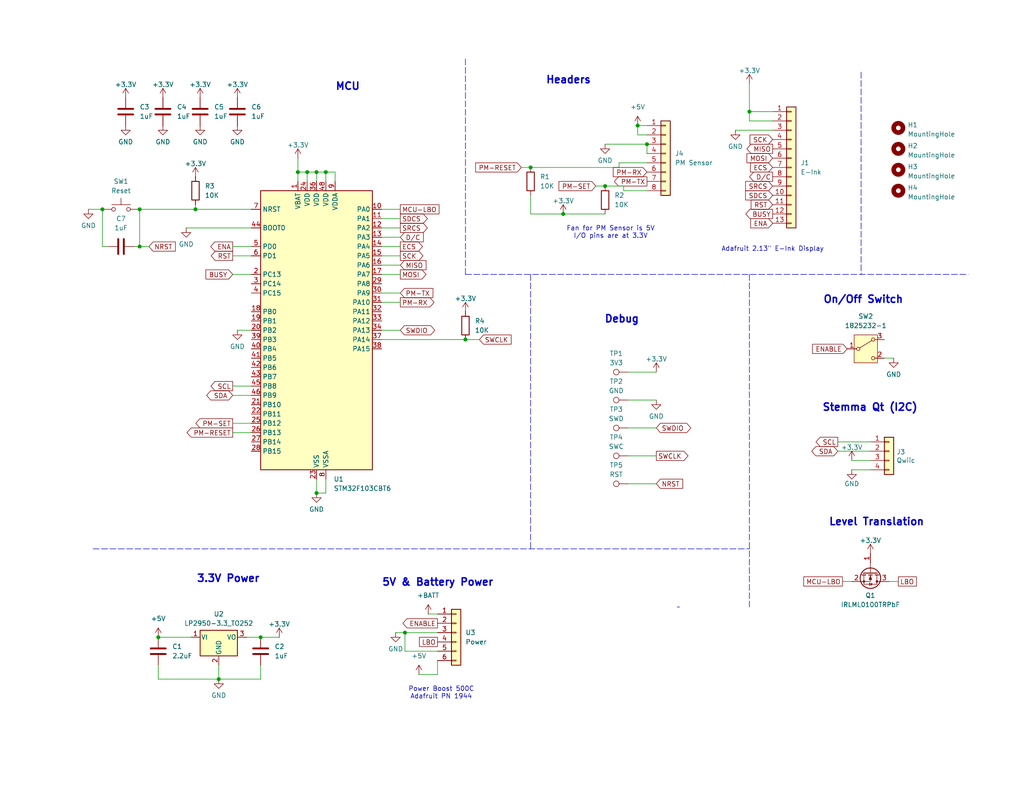
<source format=kicad_sch>
(kicad_sch (version 20250114) (generator "eeschema") (generator_version "9.0")
  (paper "A")
  (title_block (title "atmo-monitor") (rev "A") (company "bit-builder.com"))
  (lib_symbols
    (symbol "+3.3V_1" (power) (pin_numbers (hide yes)) (pin_names (offset 0) (hide yes))
      (property "Value" "+3.3V" (at 0 3.556 0))
      (symbol "+3.3V_1_1_1"
        (pin power_in line (at 0 0 90) (length 0) (name "~") (number "1"))
      )
    )
    (symbol "+3.3V_10" (power) (pin_numbers (hide yes)) (pin_names (offset 0) (hide yes))
      (property "Value" "+3.3V" (at 0 3.556 0))
      (symbol "+3.3V_10_1_1"
        (pin power_in line (at 0 0 90) (length 0) (name "~") (number "1"))
      )
    )
    (symbol "+3.3V_11" (power) (pin_numbers (hide yes)) (pin_names (offset 0) (hide yes))
      (property "Value" "+3.3V" (at 0 3.556 0))
      (symbol "+3.3V_11_1_1"
        (pin power_in line (at 0 0 90) (length 0) (name "~") (number "1"))
      )
    )
    (symbol "+3.3V_12" (power) (pin_numbers (hide yes)) (pin_names (offset 0) (hide yes))
      (property "Value" "+3.3V" (at 0 3.556 0))
      (symbol "+3.3V_12_1_1"
        (pin power_in line (at 0 0 90) (length 0) (name "~") (number "1"))
      )
    )
    (symbol "+3.3V_2" (power) (pin_numbers (hide yes)) (pin_names (offset 0) (hide yes))
      (property "Value" "+3.3V" (at 0 3.556 0))
      (symbol "+3.3V_2_1_1"
        (pin power_in line (at 0 0 90) (length 0) (name "~") (number "1"))
      )
    )
    (symbol "+3.3V_3" (power) (pin_numbers (hide yes)) (pin_names (offset 0) (hide yes))
      (property "Value" "+3.3V" (at 0 3.556 0))
      (symbol "+3.3V_3_1_1"
        (pin power_in line (at 0 0 90) (length 0) (name "~") (number "1"))
      )
    )
    (symbol "+3.3V_4" (power) (pin_numbers (hide yes)) (pin_names (offset 0) (hide yes))
      (property "Value" "+3.3V" (at 0 3.556 0))
      (symbol "+3.3V_4_1_1"
        (pin power_in line (at 0 0 90) (length 0) (name "~") (number "1"))
      )
    )
    (symbol "+3.3V_5" (power) (pin_numbers (hide yes)) (pin_names (offset 0) (hide yes))
      (property "Value" "+3.3V" (at 0 3.556 0))
      (symbol "+3.3V_5_1_1"
        (pin power_in line (at 0 0 90) (length 0) (name "~") (number "1"))
      )
    )
    (symbol "+3.3V_6" (power) (pin_numbers (hide yes)) (pin_names (offset 0) (hide yes))
      (property "Value" "+3.3V" (at 0 3.556 0))
      (symbol "+3.3V_6_1_1"
        (pin power_in line (at 0 0 90) (length 0) (name "~") (number "1"))
      )
    )
    (symbol "+3.3V_7" (power) (pin_numbers (hide yes)) (pin_names (offset 0) (hide yes))
      (property "Value" "+3.3V" (at 0 3.556 0))
      (symbol "+3.3V_7_1_1"
        (pin power_in line (at 0 0 90) (length 0) (name "~") (number "1"))
      )
    )
    (symbol "+3.3V_8" (power) (pin_numbers (hide yes)) (pin_names (offset 0) (hide yes))
      (property "Value" "+3.3V" (at 0 3.556 0))
      (symbol "+3.3V_8_1_1"
        (pin power_in line (at 0 0 90) (length 0) (name "~") (number "1"))
      )
    )
    (symbol "+3.3V_9" (power) (pin_numbers (hide yes)) (pin_names (offset 0) (hide yes))
      (property "Value" "+3.3V" (at 0 3.556 0))
      (symbol "+3.3V_9_1_1"
        (pin power_in line (at 0 0 90) (length 0) (name "~") (number "1"))
      )
    )
    (symbol "Connector:TestPoint" (pin_numbers (hide yes)) (pin_names (offset 0.762) (hide yes))
      (property "Reference" "TP" (at 0 6.858 0))
      (property "Value" "TestPoint" (at 0 5.08 0))
      (symbol "TestPoint_1_1"
        (pin passive line (at 0 0 90) (length 2.54) (name "1") (number "1"))
      )
    )
    (symbol "Connector_Generic:Conn_01x04" (pin_names (offset 1.016) (hide yes))
      (property "Reference" "J" (at 0 5.08 0))
      (property "Value" "Conn_01x04" (at 0 -7.62 0))
      (symbol "Conn_01x04_1_1"
        (pin passive line (at -5.08 2.54 0) (length 3.81) (name "Pin_1") (number "1"))
        (pin passive line (at -5.08 0 0) (length 3.81) (name "Pin_2") (number "2"))
        (pin passive line (at -5.08 -2.54 0) (length 3.81) (name "Pin_3") (number "3"))
        (pin passive line (at -5.08 -5.08 0) (length 3.81) (name "Pin_4") (number "4"))
      )
    )
    (symbol "Connector_Generic:Conn_01x06" (pin_names (offset 1.016) (hide yes))
      (property "Reference" "J" (at 0 7.62 0))
      (property "Value" "Conn_01x06" (at 0 -10.16 0))
      (symbol "Conn_01x06_1_1"
        (pin passive line (at -5.08 5.08 0) (length 3.81) (name "Pin_1") (number "1"))
        (pin passive line (at -5.08 2.54 0) (length 3.81) (name "Pin_2") (number "2"))
        (pin passive line (at -5.08 0 0) (length 3.81) (name "Pin_3") (number "3"))
        (pin passive line (at -5.08 -2.54 0) (length 3.81) (name "Pin_4") (number "4"))
        (pin passive line (at -5.08 -5.08 0) (length 3.81) (name "Pin_5") (number "5"))
        (pin passive line (at -5.08 -7.62 0) (length 3.81) (name "Pin_6") (number "6"))
      )
    )
    (symbol "Connector_Generic:Conn_01x08" (pin_names (offset 1.016) (hide yes))
      (property "Reference" "J" (at 0 10.16 0))
      (property "Value" "Conn_01x08" (at 0 -12.7 0))
      (symbol "Conn_01x08_1_1"
        (pin passive line (at -5.08 7.62 0) (length 3.81) (name "Pin_1") (number "1"))
        (pin passive line (at -5.08 5.08 0) (length 3.81) (name "Pin_2") (number "2"))
        (pin passive line (at -5.08 2.54 0) (length 3.81) (name "Pin_3") (number "3"))
        (pin passive line (at -5.08 0 0) (length 3.81) (name "Pin_4") (number "4"))
        (pin passive line (at -5.08 -2.54 0) (length 3.81) (name "Pin_5") (number "5"))
        (pin passive line (at -5.08 -5.08 0) (length 3.81) (name "Pin_6") (number "6"))
        (pin passive line (at -5.08 -7.62 0) (length 3.81) (name "Pin_7") (number "7"))
        (pin passive line (at -5.08 -10.16 0) (length 3.81) (name "Pin_8") (number "8"))
      )
    )
    (symbol "Connector_Generic:Conn_01x13" (pin_names (offset 1.016) (hide yes))
      (property "Reference" "J" (at 0 17.78 0))
      (property "Value" "Conn_01x13" (at 0 -17.78 0))
      (symbol "Conn_01x13_1_1"
        (pin passive line (at -5.08 15.24 0) (length 3.81) (name "Pin_1") (number "1"))
        (pin passive line (at -5.08 12.7 0) (length 3.81) (name "Pin_2") (number "2"))
        (pin passive line (at -5.08 10.16 0) (length 3.81) (name "Pin_3") (number "3"))
        (pin passive line (at -5.08 7.62 0) (length 3.81) (name "Pin_4") (number "4"))
        (pin passive line (at -5.08 5.08 0) (length 3.81) (name "Pin_5") (number "5"))
        (pin passive line (at -5.08 2.54 0) (length 3.81) (name "Pin_6") (number "6"))
        (pin passive line (at -5.08 0 0) (length 3.81) (name "Pin_7") (number "7"))
        (pin passive line (at -5.08 -2.54 0) (length 3.81) (name "Pin_8") (number "8"))
        (pin passive line (at -5.08 -5.08 0) (length 3.81) (name "Pin_9") (number "9"))
        (pin passive line (at -5.08 -7.62 0) (length 3.81) (name "Pin_10") (number "10"))
        (pin passive line (at -5.08 -10.16 0) (length 3.81) (name "Pin_11") (number "11"))
        (pin passive line (at -5.08 -12.7 0) (length 3.81) (name "Pin_12") (number "12"))
        (pin passive line (at -5.08 -15.24 0) (length 3.81) (name "Pin_13") (number "13"))
      )
    )
    (symbol "Device:C" (pin_numbers (hide yes)) (pin_names (offset 0.254))
      (property "Reference" "C" (at 0.635 2.54 0))
      (property "Value" "C" (at 0.635 -2.54 0))
      (symbol "C_1_1"
        (pin passive line (at 0 3.81 270) (length 2.794) (name "~") (number "1"))
        (pin passive line (at 0 -3.81 90) (length 2.794) (name "~") (number "2"))
      )
    )
    (symbol "Device:R" (pin_numbers (hide yes)) (pin_names (offset 0))
      (property "Reference" "R" (at 2.032 0 90))
      (property "Value" "R" (at 0 0 90))
      (symbol "R_1_1"
        (pin passive line (at 0 3.81 270) (length 1.27) (name "~") (number "1"))
        (pin passive line (at 0 -3.81 90) (length 1.27) (name "~") (number "2"))
      )
    )
    (symbol "GND_1" (power) (pin_numbers (hide yes)) (pin_names (offset 0) (hide yes))
      (property "Value" "GND" (at 0 -3.81 0))
      (symbol "GND_1_1_1"
        (pin power_in line (at 0 0 270) (length 0) (name "~") (number "1"))
      )
    )
    (symbol "GND_10" (power) (pin_numbers (hide yes)) (pin_names (offset 0) (hide yes))
      (property "Value" "GND" (at 0 -3.81 0))
      (symbol "GND_10_1_1"
        (pin power_in line (at 0 0 270) (length 0) (name "~") (number "1"))
      )
    )
    (symbol "GND_11" (power) (pin_numbers (hide yes)) (pin_names (offset 0) (hide yes))
      (property "Value" "GND" (at 0 -3.81 0))
      (symbol "GND_11_1_1"
        (pin power_in line (at 0 0 270) (length 0) (name "~") (number "1"))
      )
    )
    (symbol "GND_12" (power) (pin_numbers (hide yes)) (pin_names (offset 0) (hide yes))
      (property "Value" "GND" (at 0 -3.81 0))
      (symbol "GND_12_1_1"
        (pin power_in line (at 0 0 270) (length 0) (name "~") (number "1"))
      )
    )
    (symbol "GND_13" (power) (pin_numbers (hide yes)) (pin_names (offset 0) (hide yes))
      (property "Value" "GND" (at 0 -3.81 0))
      (symbol "GND_13_1_1"
        (pin power_in line (at 0 0 270) (length 0) (name "~") (number "1"))
      )
    )
    (symbol "GND_14" (power) (pin_numbers (hide yes)) (pin_names (offset 0) (hide yes))
      (property "Value" "GND" (at 0 -3.81 0))
      (symbol "GND_14_1_1"
        (pin power_in line (at 0 0 270) (length 0) (name "~") (number "1"))
      )
    )
    (symbol "GND_2" (power) (pin_numbers (hide yes)) (pin_names (offset 0) (hide yes))
      (property "Value" "GND" (at 0 -3.81 0))
      (symbol "GND_2_1_1"
        (pin power_in line (at 0 0 270) (length 0) (name "~") (number "1"))
      )
    )
    (symbol "GND_3" (power) (pin_numbers (hide yes)) (pin_names (offset 0) (hide yes))
      (property "Value" "GND" (at 0 -3.81 0))
      (symbol "GND_3_1_1"
        (pin power_in line (at 0 0 270) (length 0) (name "~") (number "1"))
      )
    )
    (symbol "GND_4" (power) (pin_numbers (hide yes)) (pin_names (offset 0) (hide yes))
      (property "Value" "GND" (at 0 -3.81 0))
      (symbol "GND_4_1_1"
        (pin power_in line (at 0 0 270) (length 0) (name "~") (number "1"))
      )
    )
    (symbol "GND_5" (power) (pin_numbers (hide yes)) (pin_names (offset 0) (hide yes))
      (property "Value" "GND" (at 0 -3.81 0))
      (symbol "GND_5_1_1"
        (pin power_in line (at 0 0 270) (length 0) (name "~") (number "1"))
      )
    )
    (symbol "GND_6" (power) (pin_numbers (hide yes)) (pin_names (offset 0) (hide yes))
      (property "Value" "GND" (at 0 -3.81 0))
      (symbol "GND_6_1_1"
        (pin power_in line (at 0 0 270) (length 0) (name "~") (number "1"))
      )
    )
    (symbol "GND_7" (power) (pin_numbers (hide yes)) (pin_names (offset 0) (hide yes))
      (property "Value" "GND" (at 0 -3.81 0))
      (symbol "GND_7_1_1"
        (pin power_in line (at 0 0 270) (length 0) (name "~") (number "1"))
      )
    )
    (symbol "GND_8" (power) (pin_numbers (hide yes)) (pin_names (offset 0) (hide yes))
      (property "Value" "GND" (at 0 -3.81 0))
      (symbol "GND_8_1_1"
        (pin power_in line (at 0 0 270) (length 0) (name "~") (number "1"))
      )
    )
    (symbol "GND_9" (power) (pin_numbers (hide yes)) (pin_names (offset 0) (hide yes))
      (property "Value" "GND" (at 0 -3.81 0))
      (symbol "GND_9_1_1"
        (pin power_in line (at 0 0 270) (length 0) (name "~") (number "1"))
      )
    )
    (symbol "MCU_ST_STM32F1:STM32F103C6Tx"
      (property "Reference" "U" (at -15.24 39.37 0))
      (property "Value" "STM32F103C6Tx" (at 7.62 39.37 0))
      (symbol "STM32F103C6Tx_1_1"
        (pin input line (at -17.78 33.02 0) (length 2.54) (name "NRST") (number "7"))
        (pin input line (at -17.78 27.94 0) (length 2.54) (name "BOOT0") (number "44"))
        (pin bidirectional line (at -17.78 22.86 0) (length 2.54) (name "PD0") (number "5"))
        (pin bidirectional line (at -17.78 20.32 0) (length 2.54) (name "PD1") (number "6"))
        (pin bidirectional line (at -17.78 15.24 0) (length 2.54) (name "PC13") (number "2"))
        (pin bidirectional line (at -17.78 12.7 0) (length 2.54) (name "PC14") (number "3"))
        (pin bidirectional line (at -17.78 10.16 0) (length 2.54) (name "PC15") (number "4"))
        (pin bidirectional line (at -17.78 5.08 0) (length 2.54) (name "PB0") (number "18"))
        (pin bidirectional line (at -17.78 2.54 0) (length 2.54) (name "PB1") (number "19"))
        (pin bidirectional line (at -17.78 0 0) (length 2.54) (name "PB2") (number "20"))
        (pin bidirectional line (at -17.78 -2.54 0) (length 2.54) (name "PB3") (number "39"))
        (pin bidirectional line (at -17.78 -5.08 0) (length 2.54) (name "PB4") (number "40"))
        (pin bidirectional line (at -17.78 -7.62 0) (length 2.54) (name "PB5") (number "41"))
        (pin bidirectional line (at -17.78 -10.16 0) (length 2.54) (name "PB6") (number "42"))
        (pin bidirectional line (at -17.78 -12.7 0) (length 2.54) (name "PB7") (number "43"))
        (pin bidirectional line (at -17.78 -15.24 0) (length 2.54) (name "PB8") (number "45"))
        (pin bidirectional line (at -17.78 -17.78 0) (length 2.54) (name "PB9") (number "46"))
        (pin bidirectional line (at -17.78 -20.32 0) (length 2.54) (name "PB10") (number "21"))
        (pin bidirectional line (at -17.78 -22.86 0) (length 2.54) (name "PB11") (number "22"))
        (pin bidirectional line (at -17.78 -25.4 0) (length 2.54) (name "PB12") (number "25"))
        (pin bidirectional line (at -17.78 -27.94 0) (length 2.54) (name "PB13") (number "26"))
        (pin bidirectional line (at -17.78 -30.48 0) (length 2.54) (name "PB14") (number "27"))
        (pin bidirectional line (at -17.78 -33.02 0) (length 2.54) (name "PB15") (number "28"))
        (pin power_in line (at -5.08 40.64 270) (length 2.54) (name "VBAT") (number "1"))
        (pin power_in line (at -2.54 40.64 270) (length 2.54) (name "VDD") (number "24"))
        (pin power_in line (at 0 40.64 270) (length 2.54) (name "VDD") (number "36"))
        (pin power_in line (at 0 -40.64 90) (length 2.54) (name "VSS") (number "23"))
        (pin passive line (at 0 -40.64 90) (length 2.54) (hide yes) (name "VSS") (number "35"))
        (pin passive line (at 0 -40.64 90) (length 2.54) (hide yes) (name "VSS") (number "47"))
        (pin power_in line (at 2.54 40.64 270) (length 2.54) (name "VDD") (number "48"))
        (pin power_in line (at 2.54 -40.64 90) (length 2.54) (name "VSSA") (number "8"))
        (pin power_in line (at 5.08 40.64 270) (length 2.54) (name "VDDA") (number "9"))
        (pin bidirectional line (at 17.78 33.02 180) (length 2.54) (name "PA0") (number "10"))
        (pin bidirectional line (at 17.78 30.48 180) (length 2.54) (name "PA1") (number "11"))
        (pin bidirectional line (at 17.78 27.94 180) (length 2.54) (name "PA2") (number "12"))
        (pin bidirectional line (at 17.78 25.4 180) (length 2.54) (name "PA3") (number "13"))
        (pin bidirectional line (at 17.78 22.86 180) (length 2.54) (name "PA4") (number "14"))
        (pin bidirectional line (at 17.78 20.32 180) (length 2.54) (name "PA5") (number "15"))
        (pin bidirectional line (at 17.78 17.78 180) (length 2.54) (name "PA6") (number "16"))
        (pin bidirectional line (at 17.78 15.24 180) (length 2.54) (name "PA7") (number "17"))
        (pin bidirectional line (at 17.78 12.7 180) (length 2.54) (name "PA8") (number "29"))
        (pin bidirectional line (at 17.78 10.16 180) (length 2.54) (name "PA9") (number "30"))
        (pin bidirectional line (at 17.78 7.62 180) (length 2.54) (name "PA10") (number "31"))
        (pin bidirectional line (at 17.78 5.08 180) (length 2.54) (name "PA11") (number "32"))
        (pin bidirectional line (at 17.78 2.54 180) (length 2.54) (name "PA12") (number "33"))
        (pin bidirectional line (at 17.78 0 180) (length 2.54) (name "PA13") (number "34"))
        (pin bidirectional line (at 17.78 -2.54 180) (length 2.54) (name "PA14") (number "37"))
        (pin bidirectional line (at 17.78 -5.08 180) (length 2.54) (name "PA15") (number "38"))
      )
    )
    (symbol "Mechanical:MountingHole" (pin_names (offset 1.016))
      (property "Reference" "H" (at 0 5.08 0))
      (property "Value" "MountingHole" (at 0 3.175 0))
    )
    (symbol "Regulator_Linear:LP2950-3.3_TO252" (pin_names (offset 0.254))
      (property "Reference" "U" (at -3.81 3.175 0))
      (property "Value" "LP2950-3.3_TO252" (at 0 3.175 0))
      (symbol "LP2950-3.3_TO252_1_1"
        (pin power_in line (at -7.62 0 0) (length 2.54) (name "VI") (number "1"))
        (pin power_in line (at 0 -7.62 90) (length 2.54) (name "GND") (number "2"))
        (pin power_out line (at 7.62 0 180) (length 2.54) (name "VO") (number "3"))
      )
    )
    (symbol "Switch:SW_Push" (pin_numbers (hide yes)) (pin_names (offset 1.016) (hide yes))
      (property "Reference" "SW" (at 1.27 2.54 0))
      (property "Value" "SW_Push" (at 0 -1.524 0))
      (symbol "SW_Push_0_1"
        (pin passive line (at -5.08 0 0) (length 2.54) (name "1") (number "1"))
        (pin passive line (at 5.08 0 180) (length 2.54) (name "2") (number "2"))
      )
    )
    (symbol "Switch:SW_Wuerth_450301014042" (pin_names (offset 1) (hide yes))
      (property "Reference" "SW" (at 0 5.08 0))
      (property "Value" "SW_Wuerth_450301014042" (at 0 -5.08 0))
      (symbol "SW_Wuerth_450301014042_1_1"
        (pin passive line (at -5.08 0 0) (length 2.54) (name "B") (number "1"))
        (pin passive line (at 5.08 2.54 180) (length 2.54) (name "A") (number "3"))
        (pin passive line (at 5.08 -2.54 180) (length 2.54) (name "C") (number "2"))
      )
    )
    (symbol "Transistor_FET:IRLML0030" (pin_names (offset 0) (hide yes))
      (property "Reference" "Q" (at 5.08 1.905 0))
      (property "Value" "IRLML0030" (at 5.08 0 0))
      (symbol "IRLML0030_1_1"
        (pin input line (at -5.08 0 0) (length 2.54) (name "G") (number "1"))
        (pin passive line (at 2.54 5.08 270) (length 2.54) (name "D") (number "3"))
        (pin passive line (at 2.54 -5.08 90) (length 2.54) (name "S") (number "2"))
      )
    )
    (symbol "power:+3.3V" (power) (pin_numbers (hide yes)) (pin_names (offset 0) (hide yes))
      (property "Value" "+3.3V" (at 0 3.556 0))
      (symbol "+3.3V_1_1"
        (pin power_in line (at 0 0 90) (length 0) (name "~") (number "1"))
      )
    )
    (symbol "power:+5V" (power) (pin_numbers (hide yes)) (pin_names (offset 0) (hide yes))
      (property "Value" "+5V" (at 0 3.556 0))
      (symbol "+5V_1_1"
        (pin power_in line (at 0 0 90) (length 0) (name "~") (number "1"))
      )
    )
    (symbol "power:+BATT" (power) (pin_numbers (hide yes)) (pin_names (offset 0) (hide yes))
      (property "Value" "+BATT" (at 0 3.556 0))
      (symbol "+BATT_1_1"
        (pin power_in line (at 0 0 90) (length 0) (name "~") (number "1"))
      )
    )
    (symbol "power:GND" (power) (pin_numbers (hide yes)) (pin_names (offset 0) (hide yes))
      (property "Value" "GND" (at 0 -3.81 0))
      (symbol "GND_1_1"
        (pin power_in line (at 0 0 270) (length 0) (name "~") (number "1"))
      )
    )
  )
  (text "3.3V Power" (at 53.594 159.258 0) (effects (font (size 2 2) (thickness 0.4) (bold yes)) (justify left bottom)))
  (text "Headers" (at 148.844 23.114 0) (effects (font (size 2 2) (thickness 0.4) (bold yes)) (justify left bottom)))
  (text "Power Boost 500C\nAdafruit PN 1944" (at 120.396 189.23 0) (effects (font (size 1.27 1.27))))
  (text "Debug" (at 164.846 88.392 0) (effects (font (size 2 2) (thickness 0.4) (bold yes)) (justify left bottom)))
  (text "MCU" (at 91.44 24.892 0) (effects (font (size 2 2) (thickness 0.4) (bold yes)) (justify left bottom)))
  (text "Adafruit 2.13\" E-Ink Display" (at 210.82 68.072 0) (effects (font (size 1.27 1.27))))
  (text "Level Translation" (at 226.06 143.764 0) (effects (font (size 2 2) (thickness 0.4) (bold yes)) (justify left bottom)))
  (text "Fan for PM Sensor is 5V\nI/O pins are at 3.3V" (at 166.624 63.5 0) (effects (font (size 1.27 1.27))))
  (text "Stemma Qt (I2C)" (at 224.282 112.522 0) (effects (font (size 2 2) (thickness 0.4) (bold yes)) (justify left bottom)))
  (text "On/Off Switch" (at 224.536 83.058 0) (effects (font (size 2 2) (thickness 0.4) (bold yes)) (justify left bottom)))
  (text "5V & Battery Power" (at 104.14 160.274 0) (effects (font (size 2 2) (thickness 0.4) (bold yes)) (justify left bottom)))
  (junction (at 144.78 45.72))
  (junction (at 53.34 57.15))
  (junction (at 204.47 30.48))
  (junction (at 38.1 57.15))
  (junction (at 83.82 46.99))
  (junction (at 43.18 173.99))
  (junction (at 27.94 57.15))
  (junction (at 176.53 39.37))
  (junction (at 38.1 67.31))
  (junction (at 59.69 185.42))
  (junction (at 127 92.71))
  (junction (at 71.12 173.99))
  (junction (at 173.99 34.29))
  (junction (at 153.67 58.42))
  (junction (at 81.28 46.99))
  (junction (at 86.36 134.62))
  (junction (at 165.1 50.8))
  (junction (at 86.36 46.99))
  (junction (at 110.49 172.72))
  (junction (at 88.9 46.99))
  (polyline (pts (xy 234.95 19.685) (xy 234.95 74.93)) (stroke (width 0) (type dash)))
  (wire (pts (xy 171.45 132.08) (xy 179.07 132.08)))
  (wire (pts (xy 241.3 97.79) (xy 243.84 97.79)))
  (wire (pts (xy 88.9 134.62) (xy 88.9 130.81)))
  (wire (pts (xy 86.36 46.99) (xy 83.82 46.99)))
  (wire (pts (xy 127 92.71) (xy 130.81 92.71)))
  (wire (pts (xy 86.36 130.81) (xy 86.36 134.62)))
  (wire (pts (xy 153.67 58.42) (xy 165.1 58.42)))
  (wire (pts (xy 53.34 57.15) (xy 68.58 57.15)))
  (wire (pts (xy 63.5 69.85) (xy 68.58 69.85)))
  (wire (pts (xy 204.47 33.02) (xy 210.82 33.02)))
  (wire (pts (xy 64.77 90.17) (xy 68.58 90.17)))
  (wire (pts (xy 210.82 35.56) (xy 200.66 35.56)))
  (wire (pts (xy 170.18 52.07) (xy 176.53 52.07)))
  (polyline (pts (xy 204.47 74.93) (xy 204.47 165.735)) (stroke (width 0) (type dash)))
  (wire (pts (xy 110.49 177.8) (xy 110.49 172.72)))
  (wire (pts (xy 232.41 128.27) (xy 237.49 128.27)))
  (polyline (pts (xy 25.4 149.86) (xy 204.47 149.86)) (stroke (width 0) (type dash)))
  (wire (pts (xy 237.49 120.65) (xy 228.6 120.65)))
  (wire (pts (xy 171.45 109.22) (xy 179.07 109.22)))
  (wire (pts (xy 104.14 90.17) (xy 109.22 90.17)))
  (wire (pts (xy 53.34 55.88) (xy 53.34 57.15)))
  (wire (pts (xy 204.47 30.48) (xy 204.47 22.86)))
  (wire (pts (xy 170.18 50.8) (xy 170.18 52.07)))
  (wire (pts (xy 229.87 158.75) (xy 232.41 158.75)))
  (wire (pts (xy 63.5 74.93) (xy 68.58 74.93)))
  (wire (pts (xy 59.69 185.42) (xy 71.12 185.42)))
  (wire (pts (xy 114.3 184.15) (xy 119.38 184.15)))
  (wire (pts (xy 168.91 44.45) (xy 176.53 44.45)))
  (wire (pts (xy 119.38 184.15) (xy 119.38 180.34)))
  (wire (pts (xy 67.31 173.99) (xy 71.12 173.99)))
  (wire (pts (xy 63.5 118.11) (xy 68.58 118.11)))
  (wire (pts (xy 162.56 50.8) (xy 165.1 50.8)))
  (wire (pts (xy 110.49 172.72) (xy 119.38 172.72)))
  (wire (pts (xy 63.5 105.41) (xy 68.58 105.41)))
  (wire (pts (xy 83.82 46.99) (xy 81.28 46.99)))
  (wire (pts (xy 153.67 58.42) (xy 144.78 58.42)))
  (wire (pts (xy 171.45 116.84) (xy 179.07 116.84)))
  (wire (pts (xy 165.1 39.37) (xy 176.53 39.37)))
  (wire (pts (xy 38.1 57.15) (xy 53.34 57.15)))
  (wire (pts (xy 104.14 64.77) (xy 109.22 64.77)))
  (wire (pts (xy 38.1 67.31) (xy 36.83 67.31)))
  (wire (pts (xy 38.1 67.31) (xy 40.64 67.31)))
  (wire (pts (xy 165.1 50.8) (xy 170.18 50.8)))
  (wire (pts (xy 91.44 49.53) (xy 91.44 46.99)))
  (wire (pts (xy 104.14 62.23) (xy 109.22 62.23)))
  (wire (pts (xy 81.28 43.18) (xy 81.28 46.99)))
  (wire (pts (xy 29.21 67.31) (xy 27.94 67.31)))
  (wire (pts (xy 173.99 34.29) (xy 176.53 34.29)))
  (polyline (pts (xy 144.78 74.93) (xy 144.78 149.86)) (stroke (width 0) (type dash)))
  (wire (pts (xy 86.36 46.99) (xy 88.9 46.99)))
  (polyline (pts (xy 127 74.93) (xy 127 15.875)) (stroke (width 0) (type dash)))
  (wire (pts (xy 104.14 74.93) (xy 109.22 74.93)))
  (wire (pts (xy 104.14 82.55) (xy 109.22 82.55)))
  (wire (pts (xy 104.14 80.01) (xy 109.22 80.01)))
  (wire (pts (xy 228.6 123.19) (xy 237.49 123.19)))
  (wire (pts (xy 104.14 92.71) (xy 127 92.71)))
  (wire (pts (xy 104.14 59.69) (xy 109.22 59.69)))
  (wire (pts (xy 63.5 115.57) (xy 68.58 115.57)))
  (wire (pts (xy 116.84 167.64) (xy 119.38 167.64)))
  (wire (pts (xy 104.14 72.39) (xy 109.22 72.39)))
  (wire (pts (xy 43.18 185.42) (xy 59.69 185.42)))
  (wire (pts (xy 144.78 58.42) (xy 144.78 53.34)))
  (wire (pts (xy 168.91 45.72) (xy 168.91 44.45)))
  (wire (pts (xy 86.36 49.53) (xy 86.36 46.99)))
  (wire (pts (xy 171.45 124.46) (xy 179.07 124.46)))
  (wire (pts (xy 81.28 46.99) (xy 81.28 49.53)))
  (wire (pts (xy 204.47 33.02) (xy 204.47 30.48)))
  (wire (pts (xy 71.12 185.42) (xy 71.12 181.61)))
  (wire (pts (xy 107.95 172.72) (xy 110.49 172.72)))
  (wire (pts (xy 144.78 45.72) (xy 168.91 45.72)))
  (wire (pts (xy 104.14 57.15) (xy 109.22 57.15)))
  (wire (pts (xy 176.53 39.37) (xy 176.53 41.91)))
  (wire (pts (xy 171.45 101.6) (xy 179.07 101.6)))
  (wire (pts (xy 173.99 34.29) (xy 173.99 36.83)))
  (wire (pts (xy 119.38 177.8) (xy 110.49 177.8)))
  (wire (pts (xy 173.99 36.83) (xy 176.53 36.83)))
  (wire (pts (xy 50.8 62.23) (xy 68.58 62.23)))
  (wire (pts (xy 104.14 69.85) (xy 109.22 69.85)))
  (wire (pts (xy 24.13 57.15) (xy 27.94 57.15)))
  (wire (pts (xy 63.5 67.31) (xy 68.58 67.31)))
  (wire (pts (xy 38.1 57.15) (xy 38.1 67.31)))
  (wire (pts (xy 86.36 134.62) (xy 88.9 134.62)))
  (polyline (pts (xy 184.785 165.735) (xy 185.42 165.735)) (stroke (width 0) (type dash)))
  (wire (pts (xy 91.44 46.99) (xy 88.9 46.99)))
  (wire (pts (xy 71.12 173.99) (xy 76.2 173.99)))
  (wire (pts (xy 88.9 49.53) (xy 88.9 46.99)))
  (wire (pts (xy 104.14 67.31) (xy 109.22 67.31)))
  (wire (pts (xy 43.18 173.99) (xy 52.07 173.99)))
  (wire (pts (xy 59.69 181.61) (xy 59.69 185.42)))
  (wire (pts (xy 232.41 125.73) (xy 237.49 125.73)))
  (wire (pts (xy 27.94 67.31) (xy 27.94 57.15)))
  (wire (pts (xy 43.18 181.61) (xy 43.18 185.42)))
  (wire (pts (xy 242.57 158.75) (xy 245.11 158.75)))
  (polyline (pts (xy 127 74.93) (xy 264.16 74.93)) (stroke (width 0) (type dash)))
  (wire (pts (xy 142.24 45.72) (xy 144.78 45.72)))
  (wire (pts (xy 63.5 107.95) (xy 68.58 107.95)))
  (wire (pts (xy 83.82 49.53) (xy 83.82 46.99)))
  (wire (pts (xy 204.47 30.48) (xy 210.82 30.48)))
  (global_label "PM-RX" (shape input) (at 176.53 46.99 180) (property "Intersheetrefs" "${INTERSHEET_REFS}" (effects (hide yes))))
  (global_label "PM-TX" (shape input) (at 109.22 80.01 0) (property "Intersheetrefs" "${INTERSHEET_REFS}" (effects (hide yes))))
  (global_label "RST" (shape output) (at 63.5 69.85 180) (property "Intersheetrefs" "${INTERSHEET_REFS}" (effects (hide yes))))
  (global_label "SDA" (shape bidirectional) (at 228.6 123.19 180) (property "Intersheetrefs" "${INTERSHEET_REFS}" (effects (hide yes))))
  (global_label "MCU-LBO" (shape passive) (at 109.22 57.15 0) (property "Intersheetrefs" "${INTERSHEET_REFS}" (effects (hide yes))))
  (global_label "SDCS" (shape input) (at 210.82 53.34 180) (property "Intersheetrefs" "${INTERSHEET_REFS}" (effects (hide yes))))
  (global_label "NRST" (shape input) (at 179.07 132.08 0) (property "Intersheetrefs" "${INTERSHEET_REFS}" (effects (hide yes))))
  (global_label "SWCLK" (shape input) (at 130.81 92.71 0) (property "Intersheetrefs" "${INTERSHEET_REFS}" (effects (hide yes))))
  (global_label "SWDIO" (shape bidirectional) (at 179.07 116.84 0) (property "Intersheetrefs" "${INTERSHEET_REFS}" (effects (hide yes))))
  (global_label "BUSY" (shape output) (at 210.82 58.42 180) (property "Intersheetrefs" "${INTERSHEET_REFS}" (effects (hide yes))))
  (global_label "ENABLE" (shape input) (at 231.14 95.25 180) (property "Intersheetrefs" "${INTERSHEET_REFS}" (effects (hide yes))))
  (global_label "RST" (shape input) (at 210.82 55.88 180) (property "Intersheetrefs" "${INTERSHEET_REFS}" (effects (hide yes))))
  (global_label "NRST" (shape input) (at 40.64 67.31 0) (property "Intersheetrefs" "${INTERSHEET_REFS}" (effects (hide yes))))
  (global_label "PM-SET" (shape output) (at 63.5 115.57 180) (property "Intersheetrefs" "${INTERSHEET_REFS}" (effects (hide yes))))
  (global_label "ECS" (shape input) (at 210.82 45.72 180) (property "Intersheetrefs" "${INTERSHEET_REFS}" (effects (hide yes))))
  (global_label "PM-SET" (shape input) (at 162.56 50.8 180) (property "Intersheetrefs" "${INTERSHEET_REFS}" (effects (hide yes))))
  (global_label "LBO" (shape passive) (at 245.11 158.75 0) (property "Intersheetrefs" "${INTERSHEET_REFS}" (effects (hide yes))))
  (global_label "SRCS" (shape input) (at 210.82 50.8 180) (property "Intersheetrefs" "${INTERSHEET_REFS}" (effects (hide yes))))
  (global_label "ENA" (shape input) (at 210.82 60.96 180) (property "Intersheetrefs" "${INTERSHEET_REFS}" (effects (hide yes))))
  (global_label "PM-RESET" (shape input) (at 142.24 45.72 180) (property "Intersheetrefs" "${INTERSHEET_REFS}" (effects (hide yes))))
  (global_label "SRCS" (shape output) (at 109.22 62.23 0) (property "Intersheetrefs" "${INTERSHEET_REFS}" (effects (hide yes))))
  (global_label "MCU-LBO" (shape passive) (at 229.87 158.75 180) (property "Intersheetrefs" "${INTERSHEET_REFS}" (effects (hide yes))))
  (global_label "PM-RESET" (shape output) (at 63.5 118.11 180) (property "Intersheetrefs" "${INTERSHEET_REFS}" (effects (hide yes))))
  (global_label "SCK" (shape output) (at 109.22 69.85 0) (property "Intersheetrefs" "${INTERSHEET_REFS}" (effects (hide yes))))
  (global_label "MISO" (shape output) (at 210.82 40.64 180) (property "Intersheetrefs" "${INTERSHEET_REFS}" (effects (hide yes))))
  (global_label "PM-TX" (shape output) (at 176.53 49.53 180) (property "Intersheetrefs" "${INTERSHEET_REFS}" (effects (hide yes))))
  (global_label "SCL" (shape output) (at 63.5 105.41 180) (property "Intersheetrefs" "${INTERSHEET_REFS}" (effects (hide yes))))
  (global_label "SWDIO" (shape bidirectional) (at 109.22 90.17 0) (property "Intersheetrefs" "${INTERSHEET_REFS}" (effects (hide yes))))
  (global_label "MISO" (shape input) (at 109.22 72.39 0) (property "Intersheetrefs" "${INTERSHEET_REFS}" (effects (hide yes))))
  (global_label "BUSY" (shape input) (at 63.5 74.93 180) (property "Intersheetrefs" "${INTERSHEET_REFS}" (effects (hide yes))))
  (global_label "D{slash}C" (shape output) (at 210.82 48.26 180) (property "Intersheetrefs" "${INTERSHEET_REFS}" (effects (hide yes))))
  (global_label "MOSI" (shape output) (at 109.22 74.93 0) (property "Intersheetrefs" "${INTERSHEET_REFS}" (effects (hide yes))))
  (global_label "SCL" (shape output) (at 228.6 120.65 180) (property "Intersheetrefs" "${INTERSHEET_REFS}" (effects (hide yes))))
  (global_label "PM-RX" (shape output) (at 109.22 82.55 0) (property "Intersheetrefs" "${INTERSHEET_REFS}" (effects (hide yes))))
  (global_label "MOSI" (shape input) (at 210.82 43.18 180) (property "Intersheetrefs" "${INTERSHEET_REFS}" (effects (hide yes))))
  (global_label "ENABLE" (shape output) (at 119.38 170.18 180) (property "Intersheetrefs" "${INTERSHEET_REFS}" (effects (hide yes))))
  (global_label "SDA" (shape bidirectional) (at 63.5 107.95 180) (property "Intersheetrefs" "${INTERSHEET_REFS}" (effects (hide yes))))
  (global_label "D{slash}C" (shape input) (at 109.22 64.77 0) (property "Intersheetrefs" "${INTERSHEET_REFS}" (effects (hide yes))))
  (global_label "ENA" (shape output) (at 63.5 67.31 180) (property "Intersheetrefs" "${INTERSHEET_REFS}" (effects (hide yes))))
  (global_label "ECS" (shape output) (at 109.22 67.31 0) (property "Intersheetrefs" "${INTERSHEET_REFS}" (effects (hide yes))))
  (global_label "SWCLK" (shape output) (at 179.07 124.46 0) (property "Intersheetrefs" "${INTERSHEET_REFS}" (effects (hide yes))))
  (global_label "SDCS" (shape output) (at 109.22 59.69 0) (property "Intersheetrefs" "${INTERSHEET_REFS}" (effects (hide yes))))
  (global_label "LBO" (shape passive) (at 119.38 175.26 180) (property "Intersheetrefs" "${INTERSHEET_REFS}" (effects (hide yes))))
  (global_label "SCK" (shape input) (at 210.82 38.1 180) (property "Intersheetrefs" "${INTERSHEET_REFS}" (effects (hide yes))))
  (symbol (lib_name "GND_12") (lib_id "power:GND") (at 232.41 128.27 0) (unit 1)
    (property "Reference" "#PWR042" (effects (hide yes)))
    (property "Value" "GND" (at 232.41 132.08 0))
    (property "Description" "Power symbol creates a global label with name \"GND\" , ground" (effects (hide yes)))
  )
  (symbol (lib_id "Connector_Generic:Conn_01x04") (at 242.57 123.19 0) (unit 1)
    (property "Reference" "J3" (at 244.602 123.3932 0) (effects (justify left)))
    (property "Value" "Qwiic" (at 244.602 125.7046 0) (effects (justify left)))
    (property "Footprint" "Connector_JST:JST_SH_BM04B-SRSS-TB_1x04-1MP_P1.00mm_Vertical" (effects (hide yes)))
  )
  (symbol (lib_name "+3.3V_3") (lib_id "power:+3.3V") (at 44.45 26.67 0) (unit 1)
    (property "Reference" "#PWR09" (effects (hide yes)))
    (property "Value" "+3.3V" (at 44.45 23.0942 0))
    (property "Description" "Power symbol creates a global label with name \"+3.3V\"" (effects (hide yes)))
  )
  (symbol (lib_name "GND_14") (lib_id "power:GND") (at 107.95 172.72 0) (unit 1)
    (property "Reference" "#PWR02" (effects (hide yes)))
    (property "Value" "GND" (at 107.95 177.1634 0))
    (property "Description" "Power symbol creates a global label with name \"GND\" , ground" (effects (hide yes)))
  )
  (symbol (lib_name "GND_1") (lib_id "power:GND") (at 34.29 34.29 0) (unit 1)
    (property "Reference" "#PWR015" (effects (hide yes)))
    (property "Value" "GND" (at 34.29 38.7334 0))
    (property "Description" "Power symbol creates a global label with name \"GND\" , ground" (effects (hide yes)))
  )
  (symbol (lib_name "GND_3") (lib_id "power:GND") (at 54.61 34.29 0) (unit 1)
    (property "Reference" "#PWR019" (effects (hide yes)))
    (property "Value" "GND" (at 54.61 38.7334 0))
    (property "Description" "Power symbol creates a global label with name \"GND\" , ground" (effects (hide yes)))
  )
  (symbol (lib_id "Connector:TestPoint") (at 171.45 124.46 90) (unit 1)
    (property "Reference" "TP4" (at 168.148 119.38 90))
    (property "Value" "SWC" (at 168.148 121.92 90))
    (property "Footprint" "TestPoint:TestPoint_Pad_D2.0mm" (effects (hide yes)))
    (property "Description" "test point" (effects (hide yes)))
  )
  (symbol (lib_id "Connector:TestPoint") (at 171.45 116.84 90) (unit 1)
    (property "Reference" "TP3" (at 168.148 111.76 90))
    (property "Value" "SWD" (at 168.148 114.3 90))
    (property "Footprint" "TestPoint:TestPoint_Pad_D2.0mm" (effects (hide yes)))
    (property "Description" "test point" (effects (hide yes)))
  )
  (symbol (lib_name "+3.3V_6") (lib_id "power:+3.3V") (at 53.34 48.26 0) (unit 1)
    (property "Reference" "#PWR023" (effects (hide yes)))
    (property "Value" "+3.3V" (at 53.34 44.6842 0))
    (property "Description" "Power symbol creates a global label with name \"+3.3V\"" (effects (hide yes)))
  )
  (symbol (lib_id "power:GND") (at 59.69 185.42 0) (unit 1)
    (property "Reference" "#PWR05" (effects (hide yes)))
    (property "Value" "GND" (at 59.69 189.8634 0))
    (property "Description" "Power symbol creates a global label with name \"GND\" , ground" (effects (hide yes)))
  )
  (symbol (lib_id "Transistor_FET:IRLML0030") (at 237.49 156.21 270) (unit 1)
    (property "Reference" "Q1" (at 237.49 162.56 90))
    (property "Value" "IRLML0100TRPbF" (at 237.49 165.1 90))
    (property "Footprint" "Package_TO_SOT_SMD:SOT-23" (effects (hide yes)))
    (property "Datasheet" "https://www.infineon.com/dgdl/irlml0030pbf.pdf?fileId=5546d462533600a401535664773825df" (effects (hide yes)))
    (property "Description" "5.3A Id, 30V Vds, 27mOhm Rds, N-Channel HEXFET Power MOSFET, SOT-23" (effects (hide yes)))
  )
  (symbol (lib_id "Device:C") (at 34.29 30.48 0) (unit 1)
    (property "Reference" "C3" (at 38.1 29.2099 0) (effects (justify left)))
    (property "Value" "1uF" (at 38.1 31.7499 0) (effects (justify left)))
    (property "Footprint" "Capacitor_SMD:C_1206_3216Metric_Pad1.33x1.80mm_HandSolder" (effects (hide yes)))
    (property "Description" "Unpolarized capacitor" (effects (hide yes)))
  )
  (symbol (lib_id "power:+BATT") (at 116.84 167.64 0) (unit 1)
    (property "Reference" "#PWR01" (effects (hide yes)))
    (property "Value" "+BATT" (at 116.84 162.56 0))
    (property "Description" "Power symbol creates a global label with name \"+BATT\"" (effects (hide yes)))
  )
  (symbol (lib_id "power:+3.3V") (at 76.2 173.99 0) (unit 1)
    (property "Reference" "#PWR03" (effects (hide yes)))
    (property "Value" "+3.3V" (at 76.2 170.4142 0))
    (property "Description" "Power symbol creates a global label with name \"+3.3V\"" (effects (hide yes)))
  )
  (symbol (lib_name "+3.3V_1") (lib_id "power:+3.3V") (at 204.47 22.86 0) (unit 1)
    (property "Reference" "#PWR0127" (effects (hide yes)))
    (property "Value" "+3.3V" (at 204.47 19.2842 0))
    (property "Description" "Power symbol creates a global label with name \"+3.3V\"" (effects (hide yes)))
  )
  (symbol (lib_id "Connector_Generic:Conn_01x06") (at 124.46 172.72 0) (unit 1)
    (property "Reference" "U3" (at 127 172.7199 0) (effects (justify left)))
    (property "Value" "Power" (at 127 175.2599 0) (effects (justify left)))
    (property "Footprint" "custom_footprint:Adafruit Powerboost 500+" (effects (hide yes)))
    (property "Description" "Generic connector, single row, 01x06, script generated (kicad-library-utils/schlib/autogen/connector/)" (effects (hide yes)))
  )
  (symbol (lib_id "Mechanical:MountingHole") (at 245.11 34.925 0) (unit 1)
    (property "Reference" "H1" (at 247.65 34.0903 0) (effects (justify left)))
    (property "Value" "MountingHole" (at 247.65 36.6272 0) (effects (justify left)))
    (property "Footprint" "MountingHole:MountingHole_2.5mm_Pad" (effects (hide yes)))
  )
  (symbol (lib_id "Mechanical:MountingHole") (at 245.11 52.07 0) (unit 1)
    (property "Reference" "H4" (at 247.65 51.2353 0) (effects (justify left)))
    (property "Value" "MountingHole" (at 247.65 53.7722 0) (effects (justify left)))
    (property "Footprint" "MountingHole:MountingHole_2.5mm_Pad" (effects (hide yes)))
  )
  (symbol (lib_name "+3.3V_11") (lib_id "power:+3.3V") (at 237.49 151.13 0) (unit 1)
    (property "Reference" "#PWR028" (effects (hide yes)))
    (property "Value" "+3.3V" (at 237.49 147.5542 0))
    (property "Description" "Power symbol creates a global label with name \"+3.3V\"" (effects (hide yes)))
  )
  (symbol (lib_id "power:+5V") (at 173.99 34.29 0) (unit 1)
    (property "Reference" "#PWR016" (effects (hide yes)))
    (property "Value" "+5V" (at 173.99 29.21 0))
    (property "Description" "Power symbol creates a global label with name \"+5V\"" (effects (hide yes)))
  )
  (symbol (lib_id "power:+5V") (at 43.18 173.99 0) (unit 1)
    (property "Reference" "#PWR06" (effects (hide yes)))
    (property "Value" "+5V" (at 43.18 168.91 0))
    (property "Description" "Power symbol creates a global label with name \"+5V\"" (effects (hide yes)))
  )
  (symbol (lib_id "Device:C") (at 33.02 67.31 270) (unit 1)
    (property "Reference" "C7" (at 33.02 59.69 90))
    (property "Value" "1uF" (at 33.02 62.23 90))
    (property "Footprint" "Capacitor_SMD:C_1206_3216Metric_Pad1.33x1.80mm_HandSolder" (effects (hide yes)))
    (property "Description" "Unpolarized capacitor" (effects (hide yes)))
  )
  (symbol (lib_id "power:+5V") (at 114.3 184.15 0) (unit 1)
    (property "Reference" "#PWR04" (effects (hide yes)))
    (property "Value" "+5V" (at 114.3 179.07 0))
    (property "Description" "Power symbol creates a global label with name \"+5V\"" (effects (hide yes)))
  )
  (symbol (lib_name "GND_2") (lib_id "power:GND") (at 44.45 34.29 0) (unit 1)
    (property "Reference" "#PWR018" (effects (hide yes)))
    (property "Value" "GND" (at 44.45 38.7334 0))
    (property "Description" "Power symbol creates a global label with name \"GND\" , ground" (effects (hide yes)))
  )
  (symbol (lib_id "Connector_Generic:Conn_01x13") (at 215.9 45.72 0) (unit 1)
    (property "Reference" "J1" (at 218.44 44.4499 0) (effects (justify left)))
    (property "Value" "E-Ink" (at 218.44 46.9899 0) (effects (justify left)))
    (property "Footprint" "Connector_PinHeader_2.54mm:PinHeader_1x13_P2.54mm_Vertical" (effects (hide yes)))
    (property "Description" "Generic connector, single row, 01x13, script generated (kicad-library-utils/schlib/autogen/connector/)" (effects (hide yes)))
  )
  (symbol (lib_id "Device:R") (at 165.1 54.61 0) (unit 1)
    (property "Reference" "R2" (at 167.64 53.3399 0) (effects (justify left)))
    (property "Value" "10K" (at 167.64 55.8799 0) (effects (justify left)))
    (property "Footprint" "Resistor_SMD:R_1206_3216Metric_Pad1.30x1.75mm_HandSolder" (effects (hide yes)))
  )
  (symbol (lib_name "+3.3V_2") (lib_id "power:+3.3V") (at 34.29 26.67 0) (unit 1)
    (property "Reference" "#PWR08" (effects (hide yes)))
    (property "Value" "+3.3V" (at 34.29 23.0942 0))
    (property "Description" "Power symbol creates a global label with name \"+3.3V\"" (effects (hide yes)))
  )
  (symbol (lib_name "+3.3V_12") (lib_id "power:+3.3V") (at 179.07 101.6 0) (unit 1)
    (property "Reference" "#PWR026" (effects (hide yes)))
    (property "Value" "+3.3V" (at 179.07 98.0242 0))
    (property "Description" "Power symbol creates a global label with name \"+3.3V\"" (effects (hide yes)))
  )
  (symbol (lib_id "Device:C") (at 43.18 177.8 0) (unit 1)
    (property "Reference" "C1" (at 46.99 176.5299 0) (effects (justify left)))
    (property "Value" "2.2uF" (at 46.99 179.0699 0) (effects (justify left)))
    (property "Footprint" "Capacitor_SMD:C_1206_3216Metric_Pad1.33x1.80mm_HandSolder" (effects (hide yes)))
    (property "Description" "Unpolarized capacitor" (effects (hide yes)))
  )
  (symbol (lib_id "Device:C") (at 64.77 30.48 0) (unit 1)
    (property "Reference" "C6" (at 68.58 29.2099 0) (effects (justify left)))
    (property "Value" "1uF" (at 68.58 31.7499 0) (effects (justify left)))
    (property "Footprint" "Capacitor_SMD:C_1206_3216Metric_Pad1.33x1.80mm_HandSolder" (effects (hide yes)))
    (property "Description" "Unpolarized capacitor" (effects (hide yes)))
  )
  (symbol (lib_id "Connector_Generic:Conn_01x08") (at 181.61 41.91 0) (unit 1)
    (property "Reference" "J4" (at 184.15 41.9099 0) (effects (justify left)))
    (property "Value" "PM Sensor" (at 184.15 44.4499 0) (effects (justify left)))
    (property "Footprint" "Connector_JST:JST_PH_B8B-PH-K_1x08_P2.00mm_Vertical" (effects (hide yes)))
    (property "Description" "Generic connector, single row, 01x08, script generated (kicad-library-utils/schlib/autogen/connector/)" (effects (hide yes)))
  )
  (symbol (lib_id "Device:R") (at 127 88.9 0) (unit 1)
    (property "Reference" "R4" (at 129.54 87.6299 0) (effects (justify left)))
    (property "Value" "10K" (at 129.54 90.1699 0) (effects (justify left)))
    (property "Footprint" "Resistor_SMD:R_1206_3216Metric_Pad1.30x1.75mm_HandSolder" (effects (hide yes)))
  )
  (symbol (lib_id "Connector:TestPoint") (at 171.45 101.6 90) (unit 1)
    (property "Reference" "TP1" (at 168.148 96.52 90))
    (property "Value" "3V3" (at 168.148 99.06 90))
    (property "Footprint" "TestPoint:TestPoint_Pad_D2.0mm" (effects (hide yes)))
    (property "Description" "test point" (effects (hide yes)))
  )
  (symbol (lib_name "GND_6") (lib_id "power:GND") (at 50.8 62.23 0) (unit 1)
    (property "Reference" "#PWR021" (effects (hide yes)))
    (property "Value" "GND" (at 50.8 66.6734 0))
    (property "Description" "Power symbol creates a global label with name \"GND\" , ground" (effects (hide yes)))
  )
  (symbol (lib_name "GND_13") (lib_id "power:GND") (at 179.07 109.22 0) (unit 1)
    (property "Reference" "#PWR027" (effects (hide yes)))
    (property "Value" "GND" (at 179.07 113.6634 0))
    (property "Description" "Power symbol creates a global label with name \"GND\" , ground" (effects (hide yes)))
  )
  (symbol (lib_name "+3.3V_10") (lib_id "power:+3.3V") (at 232.41 125.73 0) (unit 1)
    (property "Reference" "#PWR011" (effects (hide yes)))
    (property "Value" "+3.3V" (at 232.41 122.1542 0))
    (property "Description" "Power symbol creates a global label with name \"+3.3V\"" (effects (hide yes)))
  )
  (symbol (lib_name "GND_7") (lib_id "power:GND") (at 64.77 90.17 0) (unit 1)
    (property "Reference" "#PWR024" (effects (hide yes)))
    (property "Value" "GND" (at 64.77 94.6134 0))
    (property "Description" "Power symbol creates a global label with name \"GND\" , ground" (effects (hide yes)))
  )
  (symbol (lib_id "Device:R") (at 53.34 52.07 0) (unit 1)
    (property "Reference" "R3" (at 55.88 50.7999 0) (effects (justify left)))
    (property "Value" "10K" (at 55.88 53.3399 0) (effects (justify left)))
    (property "Footprint" "Resistor_SMD:R_1206_3216Metric_Pad1.30x1.75mm_HandSolder" (effects (hide yes)))
  )
  (symbol (lib_id "Device:C") (at 71.12 177.8 0) (unit 1)
    (property "Reference" "C2" (at 74.93 176.5299 0) (effects (justify left)))
    (property "Value" "1uF" (at 74.93 179.0699 0) (effects (justify left)))
    (property "Footprint" "Capacitor_SMD:C_1206_3216Metric_Pad1.33x1.80mm_HandSolder" (effects (hide yes)))
    (property "Description" "Unpolarized capacitor" (effects (hide yes)))
  )
  (symbol (lib_id "Device:C") (at 44.45 30.48 0) (unit 1)
    (property "Reference" "C4" (at 48.26 29.2099 0) (effects (justify left)))
    (property "Value" "1uF" (at 48.26 31.7499 0) (effects (justify left)))
    (property "Footprint" "Capacitor_SMD:C_1206_3216Metric_Pad1.33x1.80mm_HandSolder" (effects (hide yes)))
    (property "Description" "Unpolarized capacitor" (effects (hide yes)))
  )
  (symbol (lib_name "+3.3V_9") (lib_id "power:+3.3V") (at 153.67 58.42 0) (unit 1)
    (property "Reference" "#PWR014" (effects (hide yes)))
    (property "Value" "+3.3V" (at 153.67 54.8442 0))
    (property "Description" "Power symbol creates a global label with name \"+3.3V\"" (effects (hide yes)))
  )
  (symbol (lib_name "GND_9") (lib_id "power:GND") (at 165.1 39.37 0) (unit 1)
    (property "Reference" "#PWR017" (effects (hide yes)))
    (property "Value" "GND" (at 165.1 43.8134 0))
    (property "Description" "Power symbol creates a global label with name \"GND\" , ground" (effects (hide yes)))
  )
  (symbol (lib_name "GND_10") (lib_id "power:GND") (at 200.66 35.56 0) (unit 1)
    (property "Reference" "#PWR0128" (effects (hide yes)))
    (property "Value" "GND" (at 200.66 40.0034 0))
    (property "Description" "Power symbol creates a global label with name \"GND\" , ground" (effects (hide yes)))
  )
  (symbol (lib_id "MCU_ST_STM32F1:STM32F103C6Tx") (at 86.36 90.17 0) (unit 1)
    (property "Reference" "U1" (at 91.0433 130.81 0) (effects (justify left)))
    (property "Value" "STM32F103CBT6" (at 91.0433 133.35 0) (effects (justify left)))
    (property "Footprint" "Package_QFP:LQFP-48_7x7mm_P0.5mm" (effects (hide yes)))
    (property "Datasheet" "https://www.st.com/resource/en/datasheet/stm32f103c6.pdf" (effects (hide yes)))
    (property "Description" "STMicroelectronics Arm Cortex-M3 MCU, 32KB flash, 10KB RAM, 72 MHz, 2.0-3.6V, 37 GPIO, LQFP48" (effects (hide yes)))
  )
  (symbol (lib_name "GND_5") (lib_id "power:GND") (at 24.13 57.15 0) (unit 1)
    (property "Reference" "#PWR022" (effects (hide yes)))
    (property "Value" "GND" (at 24.13 61.5934 0))
    (property "Description" "Power symbol creates a global label with name \"GND\" , ground" (effects (hide yes)))
  )
  (symbol (lib_id "Mechanical:MountingHole") (at 245.11 46.355 0) (unit 1)
    (property "Reference" "H3" (at 247.65 45.5203 0) (effects (justify left)))
    (property "Value" "MountingHole" (at 247.65 48.0572 0) (effects (justify left)))
    (property "Footprint" "MountingHole:MountingHole_2.5mm_Pad" (effects (hide yes)))
  )
  (symbol (lib_id "Mechanical:MountingHole") (at 245.11 40.64 0) (unit 1)
    (property "Reference" "H2" (at 247.65 39.8053 0) (effects (justify left)))
    (property "Value" "MountingHole" (at 247.65 42.3422 0) (effects (justify left)))
    (property "Footprint" "MountingHole:MountingHole_2.5mm_Pad" (effects (hide yes)))
  )
  (symbol (lib_id "Connector:TestPoint") (at 171.45 109.22 90) (unit 1)
    (property "Reference" "TP2" (at 168.148 104.14 90))
    (property "Value" "GND" (at 168.148 106.68 90))
    (property "Footprint" "TestPoint:TestPoint_Pad_D2.0mm" (effects (hide yes)))
    (property "Description" "test point" (effects (hide yes)))
  )
  (symbol (lib_id "Connector:TestPoint") (at 171.45 132.08 90) (unit 1)
    (property "Reference" "TP5" (at 168.148 127 90))
    (property "Value" "RST" (at 168.148 129.54 90))
    (property "Footprint" "TestPoint:TestPoint_Pad_D2.0mm" (effects (hide yes)))
    (property "Description" "test point" (effects (hide yes)))
  )
  (symbol (lib_id "Device:C") (at 54.61 30.48 0) (unit 1)
    (property "Reference" "C5" (at 58.42 29.2099 0) (effects (justify left)))
    (property "Value" "1uF" (at 58.42 31.7499 0) (effects (justify left)))
    (property "Footprint" "Capacitor_SMD:C_1206_3216Metric_Pad1.33x1.80mm_HandSolder" (effects (hide yes)))
    (property "Description" "Unpolarized capacitor" (effects (hide yes)))
  )
  (symbol (lib_name "+3.3V_4") (lib_id "power:+3.3V") (at 54.61 26.67 0) (unit 1)
    (property "Reference" "#PWR010" (effects (hide yes)))
    (property "Value" "+3.3V" (at 54.61 23.0942 0))
    (property "Description" "Power symbol creates a global label with name \"+3.3V\"" (effects (hide yes)))
  )
  (symbol (lib_id "Regulator_Linear:LP2950-3.3_TO252") (at 59.69 173.99 0) (unit 1)
    (property "Reference" "U2" (at 59.69 167.64 0))
    (property "Value" "LP2950-3.3_TO252" (at 59.69 170.18 0))
    (property "Footprint" "Package_TO_SOT_SMD:TO-252-2" (effects (hide yes)))
    (property "Datasheet" "http://www.ti.com/lit/ds/symlink/lp2950.pdf" (effects (hide yes)))
    (property "Description" "Positive 100mA 30V Linear Micropower Voltage Regulator, Fixed Output 3.3V, TO-252" (effects (hide yes)))
  )
  (symbol (lib_name "+3.3V_5") (lib_id "power:+3.3V") (at 64.77 26.67 0) (unit 1)
    (property "Reference" "#PWR012" (effects (hide yes)))
    (property "Value" "+3.3V" (at 64.77 23.0942 0))
    (property "Description" "Power symbol creates a global label with name \"+3.3V\"" (effects (hide yes)))
  )
  (symbol (lib_id "Switch:SW_Wuerth_450301014042") (at 236.22 95.25 0) (unit 1)
    (property "Reference" "SW2" (at 236.22 86.36 0))
    (property "Value" "1825232-1" (at 236.22 88.9 0))
    (property "Footprint" "custom_footprint:TE-1825232-1" (effects (hide yes)))
    (property "Datasheet" "https://www.we-online.com/components/products/datasheet/450301014042.pdf" (effects (hide yes)))
    (property "Description" "Switch slide, single pole double throw" (effects (hide yes)))
  )
  (symbol (lib_name "GND_4") (lib_id "power:GND") (at 64.77 34.29 0) (unit 1)
    (property "Reference" "#PWR020" (effects (hide yes)))
    (property "Value" "GND" (at 64.77 38.7334 0))
    (property "Description" "Power symbol creates a global label with name \"GND\" , ground" (effects (hide yes)))
  )
  (symbol (lib_name "+3.3V_8") (lib_id "power:+3.3V") (at 127 85.09 0) (unit 1)
    (property "Reference" "#PWR029" (effects (hide yes)))
    (property "Value" "+3.3V" (at 127 81.5142 0))
    (property "Description" "Power symbol creates a global label with name \"+3.3V\"" (effects (hide yes)))
  )
  (symbol (lib_name "+3.3V_7") (lib_id "power:+3.3V") (at 81.28 43.18 0) (unit 1)
    (property "Reference" "#PWR07" (effects (hide yes)))
    (property "Value" "+3.3V" (at 81.28 39.6042 0))
    (property "Description" "Power symbol creates a global label with name \"+3.3V\"" (effects (hide yes)))
  )
  (symbol (lib_id "Device:R") (at 144.78 49.53 0) (unit 1)
    (property "Reference" "R1" (at 147.32 48.2599 0) (effects (justify left)))
    (property "Value" "10K" (at 147.32 50.7999 0) (effects (justify left)))
    (property "Footprint" "Resistor_SMD:R_1206_3216Metric_Pad1.30x1.75mm_HandSolder" (effects (hide yes)))
  )
  (symbol (lib_id "Switch:SW_Push") (at 33.02 57.15 0) (unit 1)
    (property "Reference" "SW1" (at 33.02 49.53 0))
    (property "Value" "Reset" (at 33.02 52.07 0))
    (property "Description" "Push button switch, generic, two pins" (effects (hide yes)))
  )
  (symbol (lib_name "GND_8") (lib_id "power:GND") (at 86.36 134.62 0) (unit 1)
    (property "Reference" "#PWR013" (effects (hide yes)))
    (property "Value" "GND" (at 86.36 139.0634 0))
    (property "Description" "Power symbol creates a global label with name \"GND\" , ground" (effects (hide yes)))
  )
  (symbol (lib_name "GND_11") (lib_id "power:GND") (at 243.84 97.79 0) (unit 1)
    (property "Reference" "#PWR025" (effects (hide yes)))
    (property "Value" "GND" (at 243.84 102.2334 0))
    (property "Description" "Power symbol creates a global label with name \"GND\" , ground" (effects (hide yes)))
  )
)
</source>
